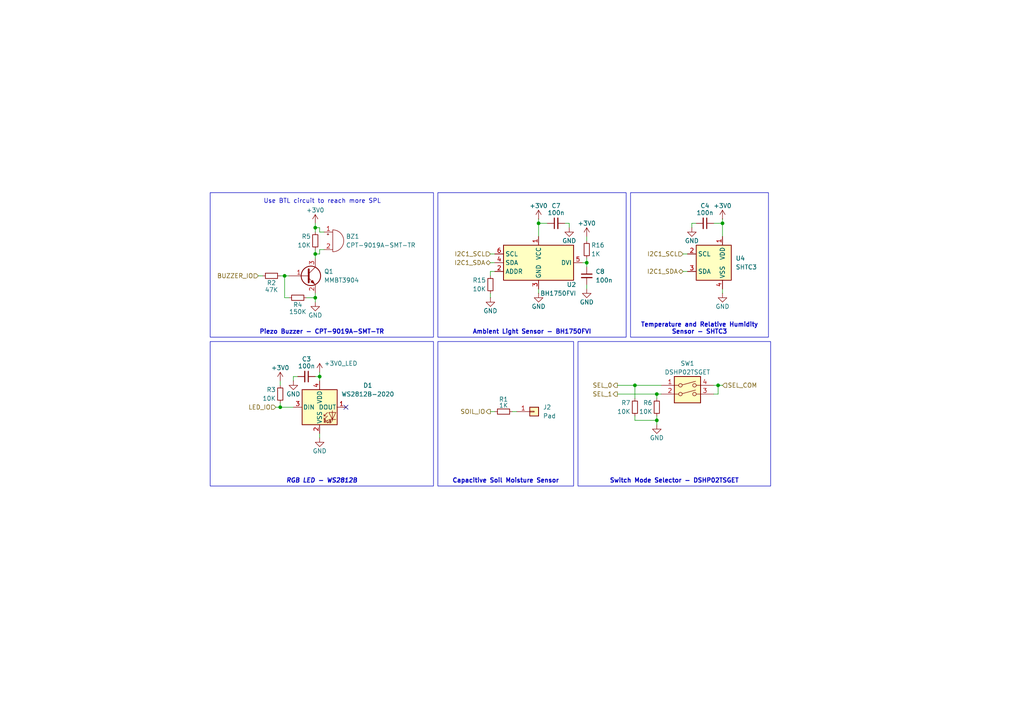
<source format=kicad_sch>
(kicad_sch (version 20231120) (generator "eeschema") (generator_version "8.0")
  (paper "A4")
  (title_block (title "PlanTher") (date "2025-04-21") (rev "A") (company "Getbit Systems") (comment 4 "Designer: Mauricio Barroso Benavides"))
  (lib_symbols
    (symbol "Connector_Generic:Conn_01x01" (pin_names (offset 1.016) hide)
      (property "Reference" "J" (at 0 2.54 0))
      (property "Value" "Conn_01x01" (at 0 -2.54 0))
      (symbol "Conn_01x01_1_1"
        (rectangle (start -1.27 0.127) (end 0 -0.127) (stroke (width 0.1524)))
        (rectangle (start -1.27 1.27) (end 1.27 -1.27) (stroke (width 0.254)) (fill (type background)))
        (pin passive line (at -5.08 0 0) (length 3.81) (name "Pin_1") (number "1"))
      )
    )
    (symbol "Device:Buzzer" (pin_names (offset 0.0254) hide)
      (property "Reference" "BZ" (at 3.81 1.27 0))
      (property "Value" "Buzzer" (at 3.81 -1.27 0))
      (symbol "Buzzer_0_1"
        (arc (start 0 -3.175) (mid 3.1612 0) (end 0 3.175))
        (polyline (pts (xy -1.651 1.905) (xy -1.143 1.905)))
        (polyline (pts (xy -1.397 2.159) (xy -1.397 1.651)))
        (polyline (pts (xy 0 3.175) (xy 0 -3.175)))
      )
      (symbol "Buzzer_1_1"
        (pin passive line (at -2.54 2.54 0) (length 2.54) (name "+") (number "1"))
        (pin passive line (at -2.54 -2.54 0) (length 2.54) (name "-") (number "2"))
      )
    )
    (symbol "Device:C_Small" (pin_numbers hide) (pin_names (offset 0.254) hide)
      (property "Reference" "C" (at 0.254 1.778 0))
      (property "Value" "C_Small" (at 0.254 -2.032 0))
      (symbol "C_Small_0_1"
        (polyline (pts (xy -1.524 -0.508) (xy 1.524 -0.508)) (stroke (width 0.3302)))
        (polyline (pts (xy -1.524 0.508) (xy 1.524 0.508)) (stroke (width 0.3048)))
      )
      (symbol "C_Small_1_1"
        (pin passive line (at 0 2.54 270) (length 2.032) (name "~") (number "1"))
        (pin passive line (at 0 -2.54 90) (length 2.032) (name "~") (number "2"))
      )
    )
    (symbol "Device:R_Small" (pin_numbers hide) (pin_names (offset 0.254) hide)
      (property "Reference" "R" (at 0.762 0.508 0))
      (property "Value" "R_Small" (at 0.762 -1.016 0))
      (symbol "R_Small_0_1"
        (rectangle (start -0.762 1.778) (end 0.762 -1.778) (stroke (width 0.2032)))
      )
      (symbol "R_Small_1_1"
        (pin passive line (at 0 2.54 270) (length 0.762) (name "~") (number "1"))
        (pin passive line (at 0 -2.54 90) (length 0.762) (name "~") (number "2"))
      )
    )
    (symbol "GetbitSystems:BH1750FVI"
      (property "Reference" "U" (at -10.16 10.16 0))
      (property "Value" "BH1750FVI" (at 7.62 -5.08 0))
      (symbol "BH1750FVI_0_1"
        (rectangle (start -10.16 7.62) (end 10.16 -2.54) (stroke (width 0.254)) (fill (type background)))
      )
      (symbol "BH1750FVI_1_1"
        (pin power_in line (at 0 10.16 270) (length 2.54) (name "VCC") (number "1"))
        (pin input line (at -12.7 0 0) (length 2.54) (name "ADDR") (number "2"))
        (pin power_in line (at 0 -5.08 90) (length 2.54) (name "GND") (number "3"))
        (pin bidirectional line (at -12.7 2.54 0) (length 2.54) (name "SDA") (number "4"))
        (pin input line (at 12.7 2.54 180) (length 2.54) (name "DVI") (number "5"))
        (pin input line (at -12.7 5.08 0) (length 2.54) (name "SCL") (number "6"))
      )
    )
    (symbol "LED:WS2812B-2020" (pin_names (offset 0.254))
      (property "Reference" "D" (at 5.08 5.715 0))
      (property "Value" "WS2812B-2020" (at 1.27 -5.715 0))
      (symbol "WS2812B-2020_0_0"
        (text "RGB" (at 2.286 -4.191 0) (effects (font (size 0.762 0.762))))
      )
      (symbol "WS2812B-2020_0_1"
        (polyline (pts (xy 1.27 -3.556) (xy 1.778 -3.556)))
        (polyline (pts (xy 1.27 -2.54) (xy 1.778 -2.54)))
        (polyline (pts (xy 4.699 -3.556) (xy 2.667 -3.556)))
        (polyline (pts (xy 2.286 -2.54) (xy 1.27 -3.556) (xy 1.27 -3.048)))
        (polyline (pts (xy 2.286 -1.524) (xy 1.27 -2.54) (xy 1.27 -2.032)))
        (polyline (pts (xy 3.683 -1.016) (xy 3.683 -3.556) (xy 3.683 -4.064)))
        (polyline (pts (xy 4.699 -1.524) (xy 2.667 -1.524) (xy 3.683 -3.556) (xy 4.699 -1.524)))
        (rectangle (start 5.08 5.08) (end -5.08 -5.08) (stroke (width 0.254)) (fill (type background)))
      )
      (symbol "WS2812B-2020_1_1"
        (pin output line (at 7.62 0 180) (length 2.54) (name "DOUT") (number "1"))
        (pin power_in line (at 0 -7.62 90) (length 2.54) (name "VSS") (number "2"))
        (pin input line (at -7.62 0 0) (length 2.54) (name "DIN") (number "3"))
        (pin power_in line (at 0 7.62 270) (length 2.54) (name "VDD") (number "4"))
      )
    )
    (symbol "Sensor_Humidity:SHTC3"
      (property "Reference" "U" (at -3.81 6.35 0))
      (property "Value" "SHTC3" (at -2.54 -6.35 0))
      (symbol "SHTC3_1_1"
        (rectangle (start -5.08 5.08) (end 5.08 -5.08) (stroke (width 0.254)) (fill (type background)))
        (pin power_in line (at 2.54 7.62 270) (length 2.54) (name "VDD") (number "1"))
        (pin input line (at -7.62 2.54 0) (length 2.54) (name "SCL") (number "2"))
        (pin bidirectional line (at -7.62 -2.54 0) (length 2.54) (name "SDA") (number "3"))
        (pin power_in line (at 2.54 -7.62 90) (length 2.54) (name "VSS") (number "4"))
        (pin no_connect line (at 5.08 0 180) (length 2.54) hide (name "NC") (number "5"))
      )
    )
    (symbol "Switch:SW_DIP_x02" (pin_names (offset 0) hide)
      (property "Reference" "SW" (at 0 6.35 0))
      (property "Value" "SW_DIP_x02" (at 0 -3.81 0))
      (symbol "SW_DIP_x02_0_0"
        (circle (center -2.032 0) (radius 0.508))
        (circle (center -2.032 2.54) (radius 0.508))
        (polyline (pts (xy -1.524 0.127) (xy 2.3622 1.1684)))
        (polyline (pts (xy -1.524 2.667) (xy 2.3622 3.7084)))
        (circle (center 2.032 0) (radius 0.508))
        (circle (center 2.032 2.54) (radius 0.508))
      )
      (symbol "SW_DIP_x02_0_1"
        (rectangle (start -3.81 5.08) (end 3.81 -2.54) (stroke (width 0.254)) (fill (type background)))
      )
      (symbol "SW_DIP_x02_1_1"
        (pin passive line (at -7.62 2.54 0) (length 5.08) (name "~") (number "1"))
        (pin passive line (at -7.62 0 0) (length 5.08) (name "~") (number "2"))
        (pin passive line (at 7.62 0 180) (length 5.08) (name "~") (number "3"))
        (pin passive line (at 7.62 2.54 180) (length 5.08) (name "~") (number "4"))
      )
    )
    (symbol "Transistor_BJT:MMBT3904" (pin_names (offset 0) hide)
      (property "Reference" "Q" (at 5.08 1.905 0))
      (property "Value" "MMBT3904" (at 5.08 0 0))
      (symbol "MMBT3904_0_1"
        (polyline (pts (xy 0.635 0.635) (xy 2.54 2.54)))
        (polyline (pts (xy 0.635 -0.635) (xy 2.54 -2.54) (xy 2.54 -2.54)))
        (polyline (pts (xy 0.635 1.905) (xy 0.635 -1.905) (xy 0.635 -1.905)) (stroke (width 0.508)))
        (polyline (pts (xy 1.27 -1.778) (xy 1.778 -1.27) (xy 2.286 -2.286) (xy 1.27 -1.778) (xy 1.27 -1.778)) (fill (type outline)))
        (circle (center 1.27 0) (radius 2.8194) (stroke (width 0.254)))
      )
      (symbol "MMBT3904_1_1"
        (pin input line (at -5.08 0 0) (length 5.715) (name "B") (number "1"))
        (pin passive line (at 2.54 -5.08 90) (length 2.54) (name "E") (number "2"))
        (pin passive line (at 2.54 5.08 270) (length 2.54) (name "C") (number "3"))
      )
    )
    (symbol "power:+3V0" (power) (pin_numbers hide) (pin_names (offset 0) hide)
      (property "Value" "+3V0" (at 0 3.556 0))
      (symbol "+3V0_0_1"
        (polyline (pts (xy -0.762 1.27) (xy 0 2.54)))
        (polyline (pts (xy 0 0) (xy 0 2.54)))
        (polyline (pts (xy 0 2.54) (xy 0.762 1.27)))
      )
      (symbol "+3V0_1_1"
        (pin power_in line (at 0 0 90) (length 0) (name "~") (number "1"))
      )
    )
    (symbol "power:GND" (power) (pin_numbers hide) (pin_names (offset 0) hide)
      (property "Value" "GND" (at 0 -3.81 0))
      (symbol "GND_0_1"
        (polyline (pts (xy 0 0) (xy 0 -1.27) (xy 1.27 -1.27) (xy 0 -2.54) (xy -1.27 -1.27) (xy 0 -1.27)))
      )
      (symbol "GND_1_1"
        (pin power_in line (at 0 0 270) (length 0) (name "~") (number "1"))
      )
    )
  )
  (junction (at 91.44 66.04))
  (junction (at 209.55 64.77))
  (junction (at 190.5 121.92))
  (junction (at 91.44 73.66))
  (junction (at 190.5 114.3))
  (junction (at 184.15 111.76))
  (junction (at 81.28 118.11))
  (junction (at 91.44 86.36))
  (junction (at 92.71 109.22))
  (junction (at 170.18 76.2))
  (junction (at 156.21 64.77))
  (junction (at 208.28 111.76))
  (junction (at 82.55 80.01))
  (no_connect (at 100.33 118.11))
  (wire (pts (xy 190.5 120.65) (xy 190.5 121.92)))
  (wire (pts (xy 149.86 119.38) (xy 148.59 119.38)))
  (wire (pts (xy 190.5 121.92) (xy 190.5 123.19)))
  (wire (pts (xy 209.55 63.5) (xy 209.55 64.77)))
  (wire (pts (xy 91.44 72.39) (xy 91.44 73.66)))
  (wire (pts (xy 91.44 85.09) (xy 91.44 86.36)))
  (wire (pts (xy 170.18 76.2) (xy 170.18 74.93)))
  (wire (pts (xy 190.5 114.3) (xy 190.5 115.57)))
  (wire (pts (xy 156.21 64.77) (xy 156.21 68.58)))
  (wire (pts (xy 208.28 114.3) (xy 208.28 111.76)))
  (wire (pts (xy 81.28 110.49) (xy 81.28 111.76)))
  (wire (pts (xy 156.21 83.82) (xy 156.21 85.09)))
  (wire (pts (xy 80.01 118.11) (xy 81.28 118.11)))
  (wire (pts (xy 83.82 86.36) (xy 82.55 86.36)))
  (wire (pts (xy 85.09 109.22) (xy 86.36 109.22)))
  (wire (pts (xy 92.71 72.39) (xy 92.71 73.66)))
  (wire (pts (xy 184.15 111.76) (xy 184.15 115.57)))
  (wire (pts (xy 82.55 86.36) (xy 82.55 80.01)))
  (wire (pts (xy 143.51 78.74) (xy 142.24 78.74)))
  (wire (pts (xy 93.98 67.31) (xy 92.71 67.31)))
  (wire (pts (xy 142.24 78.74) (xy 142.24 80.01)))
  (wire (pts (xy 142.24 73.66) (xy 143.51 73.66)))
  (wire (pts (xy 200.66 64.77) (xy 201.93 64.77)))
  (wire (pts (xy 82.55 80.01) (xy 83.82 80.01)))
  (wire (pts (xy 92.71 67.31) (xy 92.71 66.04)))
  (wire (pts (xy 208.28 111.76) (xy 207.01 111.76)))
  (wire (pts (xy 209.55 83.82) (xy 209.55 85.09)))
  (wire (pts (xy 170.18 76.2) (xy 170.18 77.47)))
  (wire (pts (xy 179.07 114.3) (xy 190.5 114.3)))
  (wire (pts (xy 184.15 121.92) (xy 190.5 121.92)))
  (wire (pts (xy 168.91 76.2) (xy 170.18 76.2)))
  (wire (pts (xy 142.24 85.09) (xy 142.24 86.36)))
  (wire (pts (xy 74.93 80.01) (xy 76.2 80.01)))
  (wire (pts (xy 184.15 111.76) (xy 191.77 111.76)))
  (wire (pts (xy 91.44 86.36) (xy 91.44 87.63)))
  (wire (pts (xy 200.66 66.04) (xy 200.66 64.77)))
  (wire (pts (xy 92.71 109.22) (xy 91.44 109.22)))
  (wire (pts (xy 209.55 64.77) (xy 207.01 64.77)))
  (wire (pts (xy 207.01 114.3) (xy 208.28 114.3)))
  (wire (pts (xy 81.28 118.11) (xy 85.09 118.11)))
  (wire (pts (xy 142.24 76.2) (xy 143.51 76.2)))
  (wire (pts (xy 184.15 120.65) (xy 184.15 121.92)))
  (wire (pts (xy 85.09 109.22) (xy 85.09 110.49)))
  (wire (pts (xy 91.44 66.04) (xy 91.44 67.31)))
  (wire (pts (xy 81.28 116.84) (xy 81.28 118.11)))
  (wire (pts (xy 92.71 66.04) (xy 91.44 66.04)))
  (wire (pts (xy 143.51 119.38) (xy 142.24 119.38)))
  (wire (pts (xy 165.1 64.77) (xy 163.83 64.77)))
  (wire (pts (xy 91.44 73.66) (xy 91.44 74.93)))
  (wire (pts (xy 156.21 63.5) (xy 156.21 64.77)))
  (wire (pts (xy 88.9 86.36) (xy 91.44 86.36)))
  (wire (pts (xy 156.21 64.77) (xy 158.75 64.77)))
  (wire (pts (xy 93.98 72.39) (xy 92.71 72.39)))
  (wire (pts (xy 165.1 66.04) (xy 165.1 64.77)))
  (wire (pts (xy 92.71 73.66) (xy 91.44 73.66)))
  (wire (pts (xy 179.07 111.76) (xy 184.15 111.76)))
  (wire (pts (xy 92.71 109.22) (xy 92.71 110.49)))
  (wire (pts (xy 92.71 107.95) (xy 92.71 109.22)))
  (wire (pts (xy 170.18 68.58) (xy 170.18 69.85)))
  (wire (pts (xy 170.18 82.55) (xy 170.18 83.82)))
  (wire (pts (xy 209.55 64.77) (xy 209.55 68.58)))
  (wire (pts (xy 91.44 64.77) (xy 91.44 66.04)))
  (wire (pts (xy 92.71 125.73) (xy 92.71 127)))
  (wire (pts (xy 190.5 114.3) (xy 191.77 114.3)))
  (wire (pts (xy 208.28 111.76) (xy 209.55 111.76)))
  (wire (pts (xy 81.28 80.01) (xy 82.55 80.01)))
  (wire (pts (xy 198.12 73.66) (xy 199.39 73.66)))
  (wire (pts (xy 198.12 78.74) (xy 199.39 78.74)))
  (text_box "RGB LED - WS2812B" (at 60.96 99.06 0) (size 64.77 41.91) (effects (font (size 1.27 1.27) (thickness 0.254) (bold yes) (italic yes)) (justify bottom)))
  (text_box "Ambient Light Sensor - BH1750FVI" (at 127 55.88 0) (size 54.61 41.91) (effects (font (size 1.27 1.27) (thickness 0.254) (bold yes)) (justify bottom)))
  (text_box "Temperature and Relative Humidity Sensor - SHTC3" (at 182.88 55.88 0) (size 40.005 41.91) (effects (font (size 1.27 1.27) (thickness 0.254) (bold yes)) (justify bottom)))
  (text_box "Piezo Buzzer - CPT-9019A-SMT-TR" (at 60.96 55.88 0) (size 64.77 41.91) (effects (font (size 1.27 1.27) (thickness 0.254) (bold yes)) (justify bottom)))
  (text_box "Switch Mode Selector - DSHP02TSGET" (at 167.64 99.06 0) (size 55.88 41.91) (effects (font (size 1.27 1.27) (thickness 0.254) (bold yes)) (justify bottom)))
  (text_box "Capacitive Soil Moisture Sensor" (at 127 99.06 0) (size 39.37 41.91) (effects (font (size 1.27 1.27) (thickness 0.254) (bold yes)) (justify bottom)))
  (text "Use BTL circuit to reach more SPL" (at 93.472 58.42 0) (effects (font (size 1.27 1.27))))
  (hierarchical_label "SEL_COM" (shape input) (at 209.55 111.76 0))
  (hierarchical_label "I2C1_SDA" (shape bidirectional) (at 198.12 78.74 180))
  (hierarchical_label "SEL_1" (shape output) (at 179.07 114.3 180))
  (hierarchical_label "BUZZER_IO" (shape input) (at 74.93 80.01 180))
  (hierarchical_label "I2C1_SCL" (shape input) (at 198.12 73.66 180))
  (hierarchical_label "LED_IO" (shape input) (at 80.01 118.11 180))
  (hierarchical_label "SOIL_IO" (shape output) (at 142.24 119.38 180))
  (hierarchical_label "I2C1_SCL" (shape input) (at 142.24 73.66 180))
  (hierarchical_label "SEL_0" (shape output) (at 179.07 111.76 180))
  (hierarchical_label "I2C1_SDA" (shape bidirectional) (at 142.24 76.2 180))
  (symbol (lib_id "Device:C_Small") (at 204.47 64.77 270) (mirror x) (unit 1)
    (property "Reference" "C4" (at 204.47 59.69 90))
    (property "Value" "100n" (at 204.47 61.722 90))
    (property "Footprint" "Capacitor_SMD:C_0603_1608Metric" (effects (hide yes)))
    (property "Datasheet" "https://www.lcsc.com/datasheet/lcsc_datasheet_2211101700_YAGEO-CC0603KRX7R9BB104_C14663.pdf" (effects (hide yes)))
    (property "Description" "50V 100nF X7R ±10% 0603 Multilayer Ceramic Capacitors MLCC - SMD/SMT ROHS" (effects (hide yes)))
    (property "LCSC" "C14663" (effects (hide yes)))
    (property "Mouser" "603-CC603KRX7R9BB104 " (effects (hide yes)))
  )
  (symbol (lib_id "Connector_Generic:Conn_01x01") (at 154.94 119.38 0) (unit 1)
    (property "Reference" "J2" (at 157.48 118.1099 0) (effects (justify left)))
    (property "Value" "Pad" (at 157.48 120.6499 0) (effects (justify left)))
    (property "Footprint" "GetbitSystems:SoilMoisture_Pad" (effects (hide yes)))
    (property "Description" "Capacitive soil moisture sensor" (effects (hide yes)))
  )
  (symbol (lib_id "power:+3V0") (at 81.28 110.49 0) (mirror y) (unit 1)
    (property "Reference" "#PWR05" (effects (hide yes)))
    (property "Value" "+3V0" (at 81.28 106.68 0))
    (property "Description" "Power symbol creates a global label with name \"+3V0\"" (effects (hide yes)))
  )
  (symbol (lib_id "power:GND") (at 142.24 86.36 0) (unit 1)
    (property "Reference" "#PWR03" (effects (hide yes)))
    (property "Value" "GND" (at 142.24 90.17 0))
    (property "Description" "Power symbol creates a global label with name \"GND\" , ground" (effects (hide yes)))
  )
  (symbol (lib_id "Device:R_Small") (at 78.74 80.01 90) (unit 1)
    (property "Reference" "R2" (at 78.74 82.042 90))
    (property "Value" "47K" (at 78.74 84.074 90))
    (property "Footprint" "Resistor_SMD:R_0603_1608Metric" (effects (hide yes)))
    (property "Datasheet" "https://www.lcsc.com/datasheet/lcsc_datasheet_2206010045_UNI-ROYAL-Uniroyal-Elec-0603WAF4702T5E_C25819.pdf" (effects (hide yes)))
    (property "Description" "100mW Thick Film Resistors 75V ±100ppm/℃ ±1% 47kΩ 0603 Chip Resistor - Surface Mount ROHS" (effects (hide yes)))
    (property "LCSC" "C25819" (effects (hide yes)))
    (property "Mouser" "303-0603WAF4702T5E " (effects (hide yes)))
  )
  (symbol (lib_id "LED:WS2812B-2020") (at 92.71 118.11 0) (unit 1)
    (property "Reference" "D1" (at 106.68 111.7914 0))
    (property "Value" "WS2812B-2020" (at 106.68 114.3314 0))
    (property "Footprint" "LED_SMD:LED_WS2812B-2020_PLCC4_2.0x2.0mm" (effects (hide yes)))
    (property "Datasheet" "https://cdn-shop.adafruit.com/product-files/4684/4684_WS2812B-2020_V1.3_EN.pdf" (effects (hide yes)))
    (property "Description" "RGB LED with integrated controller, 2.0 x 2.0 mm, 12 mA" (effects (hide yes)))
    (property "LCSC" "C965555" (effects (hide yes)))
  )
  (symbol (lib_id "Device:R_Small") (at 86.36 86.36 90) (unit 1)
    (property "Reference" "R4" (at 86.36 88.392 90))
    (property "Value" "150K" (at 86.36 90.424 90))
    (property "Footprint" "Resistor_SMD:R_0603_1608Metric" (effects (hide yes)))
    (property "Datasheet" "https://www.lcsc.com/datasheet/lcsc_datasheet_2206010130_UNI-ROYAL-Uniroyal-Elec-0603WAF1503T5E_C22807.pdf" (effects (hide yes)))
    (property "Description" "100mW Thick Film Resistors 75V ±100ppm/℃ ±1% 150kΩ 0603 Chip Resistor - Surface Mount ROHS" (effects (hide yes)))
    (property "LCSC" "C22807" (effects (hide yes)))
    (property "Mouser" "303-0603WAF1503T5E " (effects (hide yes)))
  )
  (symbol (lib_id "power:GND") (at 170.18 83.82 0) (unit 1)
    (property "Reference" "#PWR023" (effects (hide yes)))
    (property "Value" "GND" (at 170.18 87.63 0))
    (property "Description" "Power symbol creates a global label with name \"GND\" , ground" (effects (hide yes)))
  )
  (symbol (lib_id "Device:R_Small") (at 91.44 69.85 0) (unit 1)
    (property "Reference" "R5" (at 90.17 68.58 0) (effects (justify right)))
    (property "Value" "10K" (at 90.17 71.12 0) (effects (justify right)))
    (property "Footprint" "Resistor_SMD:R_0603_1608Metric" (effects (hide yes)))
    (property "Datasheet" "https://www.lcsc.com/datasheet/lcsc_datasheet_2206010045_UNI-ROYAL-Uniroyal-Elec-0603WAF1002T5E_C25804.pdf" (effects (hide yes)))
    (property "Description" "100mW Thick Film Resistors 75V ±100ppm/℃ ±1% 10kΩ 0603 Chip Resistor - Surface Mount ROHS" (effects (hide yes)))
    (property "LCSC" "C25804" (effects (hide yes)))
    (property "Mouser" "303-0603WAF1002T5E " (effects (hide yes)))
  )
  (symbol (lib_id "power:+3V0") (at 170.18 68.58 0) (unit 1)
    (property "Reference" "#PWR022" (effects (hide yes)))
    (property "Value" "+3V0" (at 170.18 64.77 0))
    (property "Description" "Power symbol creates a global label with name \"+3V0\"" (effects (hide yes)))
  )
  (symbol (lib_id "Device:C_Small") (at 88.9 109.22 270) (mirror x) (unit 1)
    (property "Reference" "C3" (at 88.9 104.14 90))
    (property "Value" "100n" (at 88.9 106.172 90))
    (property "Footprint" "Capacitor_SMD:C_0603_1608Metric" (effects (hide yes)))
    (property "Datasheet" "https://www.lcsc.com/datasheet/lcsc_datasheet_2211101700_YAGEO-CC0603KRX7R9BB104_C14663.pdf" (effects (hide yes)))
    (property "Description" "50V 100nF X7R ±10% 0603 Multilayer Ceramic Capacitors MLCC - SMD/SMT ROHS" (effects (hide yes)))
    (property "LCSC" "C14663" (effects (hide yes)))
    (property "Mouser" "603-CC603KRX7R9BB104 " (effects (hide yes)))
  )
  (symbol (lib_id "Device:R_Small") (at 81.28 114.3 0) (unit 1)
    (property "Reference" "R3" (at 80.01 113.03 0) (effects (justify right)))
    (property "Value" "10K" (at 80.01 115.57 0) (effects (justify right)))
    (property "Footprint" "Resistor_SMD:R_0603_1608Metric" (effects (hide yes)))
    (property "Datasheet" "https://www.lcsc.com/datasheet/lcsc_datasheet_2206010045_UNI-ROYAL-Uniroyal-Elec-0603WAF1002T5E_C25804.pdf" (effects (hide yes)))
    (property "Description" "100mW Thick Film Resistors 75V ±100ppm/℃ ±1% 10kΩ 0603 Chip Resistor - Surface Mount ROHS" (effects (hide yes)))
    (property "LCSC" "C25804" (effects (hide yes)))
    (property "Mouser" "303-0603WAF1002T5E " (effects (hide yes)))
  )
  (symbol (lib_id "Device:C_Small") (at 161.29 64.77 90) (unit 1)
    (property "Reference" "C7" (at 161.29 59.69 90))
    (property "Value" "100n" (at 161.29 61.722 90))
    (property "Footprint" "Capacitor_SMD:C_0603_1608Metric" (effects (hide yes)))
    (property "Datasheet" "https://www.lcsc.com/datasheet/lcsc_datasheet_2211101700_YAGEO-CC0603KRX7R9BB104_C14663.pdf" (effects (hide yes)))
    (property "Description" "50V 100nF X7R ±10% 0603 Multilayer Ceramic Capacitors MLCC - SMD/SMT ROHS" (effects (hide yes)))
    (property "LCSC" "C14663" (effects (hide yes)))
    (property "Mouser" "603-CC603KRX7R9BB104 " (effects (hide yes)))
  )
  (symbol (lib_id "power:GND") (at 209.55 85.09 0) (unit 1)
    (property "Reference" "#PWR011" (effects (hide yes)))
    (property "Value" "GND" (at 209.55 88.9 0))
    (property "Description" "Power symbol creates a global label with name \"GND\" , ground" (effects (hide yes)))
  )
  (symbol (lib_id "Device:R_Small") (at 146.05 119.38 90) (mirror x) (unit 1)
    (property "Reference" "R1" (at 146.05 115.824 90))
    (property "Value" "1K" (at 146.05 117.602 90))
    (property "Footprint" "Resistor_SMD:R_0603_1608Metric" (effects (hide yes)))
    (property "Datasheet" "https://www.lcsc.com/datasheet/lcsc_datasheet_2206010130_UNI-ROYAL-Uniroyal-Elec-0603WAF1001T5E_C21190.pdf" (effects (hide yes)))
    (property "Description" "100mW Thick Film Resistors 75V ±100ppm/℃ ±1% 1kΩ 0603 Chip Resistor - Surface Mount ROHS" (effects (hide yes)))
    (property "LCSC" "C21190" (effects (hide yes)))
    (property "Mouser" "303-0603WAF1001T5E " (effects (hide yes)))
  )
  (symbol (lib_id "Device:R_Small") (at 184.15 118.11 0) (unit 1)
    (property "Reference" "R7" (at 182.88 116.84 0) (effects (justify right)))
    (property "Value" "10K" (at 182.88 119.38 0) (effects (justify right)))
    (property "Footprint" "Resistor_SMD:R_0603_1608Metric" (effects (hide yes)))
    (property "Datasheet" "https://www.lcsc.com/datasheet/lcsc_datasheet_2206010045_UNI-ROYAL-Uniroyal-Elec-0603WAF1002T5E_C25804.pdf" (effects (hide yes)))
    (property "Description" "100mW Thick Film Resistors 75V ±100ppm/℃ ±1% 10kΩ 0603 Chip Resistor - Surface Mount ROHS" (effects (hide yes)))
    (property "LCSC" "C25804" (effects (hide yes)))
    (property "Mouser" "303-0603WAF1002T5E " (effects (hide yes)))
  )
  (symbol (lib_id "Device:R_Small") (at 190.5 118.11 0) (unit 1)
    (property "Reference" "R6" (at 189.23 116.84 0) (effects (justify right)))
    (property "Value" "10K" (at 189.23 119.38 0) (effects (justify right)))
    (property "Footprint" "Resistor_SMD:R_0603_1608Metric" (effects (hide yes)))
    (property "Datasheet" "https://www.lcsc.com/datasheet/lcsc_datasheet_2206010045_UNI-ROYAL-Uniroyal-Elec-0603WAF1002T5E_C25804.pdf" (effects (hide yes)))
    (property "Description" "100mW Thick Film Resistors 75V ±100ppm/℃ ±1% 10kΩ 0603 Chip Resistor - Surface Mount ROHS" (effects (hide yes)))
    (property "LCSC" "C25804" (effects (hide yes)))
    (property "Mouser" "303-0603WAF1002T5E " (effects (hide yes)))
  )
  (symbol (lib_id "power:GND") (at 190.5 123.19 0) (unit 1)
    (property "Reference" "#PWR028" (effects (hide yes)))
    (property "Value" "GND" (at 190.5 127 0))
    (property "Description" "Power symbol creates a global label with name \"GND\" , ground" (effects (hide yes)))
  )
  (symbol (lib_id "Transistor_BJT:MMBT3904") (at 88.9 80.01 0) (unit 1)
    (property "Reference" "Q1" (at 93.98 78.7399 0) (effects (justify left)))
    (property "Value" "MMBT3904" (at 93.98 81.2799 0) (effects (justify left)))
    (property "Footprint" "Package_TO_SOT_SMD:SOT-23" (effects (hide yes)))
    (property "Datasheet" "https://www.onsemi.com/pdf/datasheet/pzt3904-d.pdf" (effects (hide yes)))
    (property "Description" "40V 300mW 100@10mA,1V 200mA NPN SOT-23 Bipolar (BJT) ROHS" (effects (hide yes)))
    (property "LCSC" "C81464" (effects (hide yes)))
    (property "Mouser" "863-MMBT3904LT1G " (effects (hide yes)))
  )
  (symbol (lib_id "power:GND") (at 85.09 110.49 0) (mirror y) (unit 1)
    (property "Reference" "#PWR07" (effects (hide yes)))
    (property "Value" "GND" (at 85.09 114.3 0))
    (property "Description" "Power symbol creates a global label with name \"GND\" , ground" (effects (hide yes)))
  )
  (symbol (lib_id "Sensor_Humidity:SHTC3") (at 207.01 76.2 0) (unit 1)
    (property "Reference" "U4" (at 213.36 74.9299 0) (effects (justify left)))
    (property "Value" "SHTC3" (at 213.36 77.4699 0) (effects (justify left)))
    (property "Footprint" "Sensor_Humidity:Sensirion_DFN-4-1EP_2x2mm_P1mm_EP0.7x1.6mm" (effects (hide yes)))
    (property "Datasheet" "https://www.sensirion.com/fileadmin/user_upload/customers/sensirion/Dokumente/0_Datasheets/Humidity/Sensirion_Humidity_Sensors_SHTC3_Datasheet.pdf" (effects (hide yes)))
    (property "Description" "Humidity and Temperature Sensor, ±2%RH, ±0.2°C, I2C, 1.62-3.6V, DFN-4" (effects (hide yes)))
    (property "LCSC" "C2880044" (effects (hide yes)))
    (property "Mouser" "403-SHTC3 " (effects (hide yes)))
  )
  (symbol (lib_id "power:GND") (at 91.44 87.63 0) (unit 1)
    (property "Reference" "#PWR09" (effects (hide yes)))
    (property "Value" "GND" (at 91.44 91.44 0))
    (property "Description" "Power symbol creates a global label with name \"GND\" , ground" (effects (hide yes)))
  )
  (symbol (lib_id "Device:Buzzer") (at 96.52 69.85 0) (unit 1)
    (property "Reference" "BZ1" (at 100.33 68.5799 0) (effects (justify left)))
    (property "Value" "CPT-9019A-SMT-TR" (at 100.33 71.1199 0) (effects (justify left)))
    (property "Footprint" "Buzzer_Beeper:Buzzer_CUI_CPT-9019S-SMT" (effects (hide yes)))
    (property "Datasheet" "https://www.sameskydevices.com/product/resource/cpt-9019a-smt-tr.pdf" (effects (hide yes)))
    (property "Description" "BUZZER PIEZO 3V 9MMX9MM SMD" (effects (hide yes)))
    (property "LCSC" "C20181991" (effects (hide yes)))
    (property "Mouser" "179-CPT-9019A-SMT-TR" (effects (hide yes)))
  )
  (symbol (lib_id "power:+3V0") (at 91.44 64.77 0) (unit 1)
    (property "Reference" "#PWR08" (effects (hide yes)))
    (property "Value" "+3V0" (at 91.44 60.96 0))
    (property "Description" "Power symbol creates a global label with name \"+3V0\"" (effects (hide yes)))
  )
  (symbol (lib_id "power:GND") (at 200.66 66.04 0) (mirror y) (unit 1)
    (property "Reference" "#PWR025" (effects (hide yes)))
    (property "Value" "GND" (at 200.66 69.85 0))
    (property "Description" "Power symbol creates a global label with name \"GND\" , ground" (effects (hide yes)))
  )
  (symbol (lib_id "Device:C_Small") (at 170.18 80.01 0) (unit 1)
    (property "Reference" "C8" (at 172.72 78.7462 0) (effects (justify left)))
    (property "Value" "100n" (at 172.72 81.2862 0) (effects (justify left)))
    (property "Footprint" "Capacitor_SMD:C_0603_1608Metric" (effects (hide yes)))
    (property "Datasheet" "https://www.lcsc.com/datasheet/lcsc_datasheet_2211101700_YAGEO-CC0603KRX7R9BB104_C14663.pdf" (effects (hide yes)))
    (property "Description" "50V 100nF X7R ±10% 0603 Multilayer Ceramic Capacitors MLCC - SMD/SMT ROHS" (effects (hide yes)))
    (property "LCSC" "C14663" (effects (hide yes)))
    (property "Mouser" "603-CC603KRX7R9BB104 " (effects (hide yes)))
  )
  (symbol (lib_id "Device:R_Small") (at 142.24 82.55 0) (unit 1)
    (property "Reference" "R15" (at 140.97 81.28 0) (effects (justify right)))
    (property "Value" "10K" (at 140.97 83.82 0) (effects (justify right)))
    (property "Footprint" "Resistor_SMD:R_0603_1608Metric" (effects (hide yes)))
    (property "Datasheet" "https://www.lcsc.com/datasheet/lcsc_datasheet_2206010045_UNI-ROYAL-Uniroyal-Elec-0603WAF1002T5E_C25804.pdf" (effects (hide yes)))
    (property "Description" "100mW Thick Film Resistors 75V ±100ppm/℃ ±1% 10kΩ 0603 Chip Resistor - Surface Mount ROHS" (effects (hide yes)))
    (property "LCSC" "C25804" (effects (hide yes)))
    (property "Mouser" "303-0603WAF1002T5E " (effects (hide yes)))
  )
  (symbol (lib_id "power:GND") (at 165.1 66.04 0) (unit 1)
    (property "Reference" "#PWR021" (effects (hide yes)))
    (property "Value" "GND" (at 165.1 69.85 0))
    (property "Description" "Power symbol creates a global label with name \"GND\" , ground" (effects (hide yes)))
  )
  (symbol (lib_id "GetbitSystems:BH1750FVI") (at 156.21 78.74 0) (unit 1)
    (property "Reference" "U2" (at 167.132 82.55 0) (effects (justify right)))
    (property "Value" "BH1750FVI" (at 167.132 85.09 0) (effects (justify right)))
    (property "Footprint" "GetbitSystems:BH1750FVI" (effects (hide yes)))
    (property "Datasheet" "https://www.mouser.com/datasheet/2/348/bh1750fvi-e-186247.pdf" (effects (hide yes)))
    (property "Description" "16 I2C WSOF-6 Ambient Light Sensors ROHS" (effects (hide yes)))
    (property "LCSC" "C78960" (effects (hide yes)))
    (property "Mouser" "755-BH1750FVI-TR " (effects (hide yes)))
  )
  (symbol (lib_id "Switch:SW_DIP_x02") (at 199.39 114.3 0) (unit 1)
    (property "Reference" "SW1" (at 199.39 105.41 0))
    (property "Value" "DSHP02TSGET" (at 199.39 107.95 0))
    (property "Footprint" "Button_Switch_SMD:SW_DIP_SPSTx02_Slide_KingTek_DSHP02TS_W7.62mm_P1.27mm" (effects (hide yes)))
    (property "Datasheet" "https://www.lcsc.com/datasheet/lcsc_datasheet_2309041406_DongGuan-KINGTEK-Industrial-Co--LTD-DSHP02TSGET_C40735.pdf" (effects (hide yes)))
    (property "Description" "2 positions SPST Black Flat toggle, slotted SMD-4P,4.1x5.4mm DIP Switches ROHS" (effects (hide yes)))
    (property "LCSC" "C40735" (effects (hide yes)))
  )
  (symbol (lib_id "power:GND") (at 92.71 127 0) (unit 1)
    (property "Reference" "#PWR027" (effects (hide yes)))
    (property "Value" "GND" (at 92.71 130.81 0))
    (property "Description" "Power symbol creates a global label with name \"GND\" , ground" (effects (hide yes)))
  )
  (symbol (lib_id "power:+3V0") (at 209.55 63.5 0) (mirror y) (unit 1)
    (property "Reference" "#PWR015" (effects (hide yes)))
    (property "Value" "+3V0" (at 209.55 59.69 0))
    (property "Description" "Power symbol creates a global label with name \"+3V0\"" (effects (hide yes)))
  )
  (symbol (lib_id "Device:R_Small") (at 170.18 72.39 0) (mirror y) (unit 1)
    (property "Reference" "R16" (at 171.45 71.12 0) (effects (justify right)))
    (property "Value" "1K" (at 171.45 73.66 0) (effects (justify right)))
    (property "Footprint" "Resistor_SMD:R_0603_1608Metric" (effects (hide yes)))
    (property "Datasheet" "https://www.lcsc.com/datasheet/lcsc_datasheet_2206010130_UNI-ROYAL-Uniroyal-Elec-0603WAF1001T5E_C21190.pdf" (effects (hide yes)))
    (property "Description" "100mW Thick Film Resistors 75V ±100ppm/℃ ±1% 1kΩ 0603 Chip Resistor - Surface Mount ROHS" (effects (hide yes)))
    (property "LCSC" "C21190" (effects (hide yes)))
    (property "Mouser" "303-0603WAF1001T5E " (effects (hide yes)))
  )
  (symbol (lib_id "power:GND") (at 156.21 85.09 0) (unit 1)
    (property "Reference" "#PWR020" (effects (hide yes)))
    (property "Value" "GND" (at 156.21 88.9 0))
    (property "Description" "Power symbol creates a global label with name \"GND\" , ground" (effects (hide yes)))
  )
  (symbol (lib_id "power:+3V0") (at 156.21 63.5 0) (unit 1)
    (property "Reference" "#PWR019" (effects (hide yes)))
    (property "Value" "+3V0" (at 156.21 59.69 0))
    (property "Description" "Power symbol creates a global label with name \"+3V0\"" (effects (hide yes)))
  )
  (symbol (lib_id "power:+3V0") (at 92.71 107.95 0) (mirror y) (unit 1)
    (property "Reference" "#PWR010" (effects (hide yes)))
    (property "Value" "+3V0_LED" (at 93.98 105.41 0) (effects (justify right)))
    (property "Description" "Power symbol creates a global label with name \"+3V0\"" (effects (hide yes)))
  )
)
</source>
